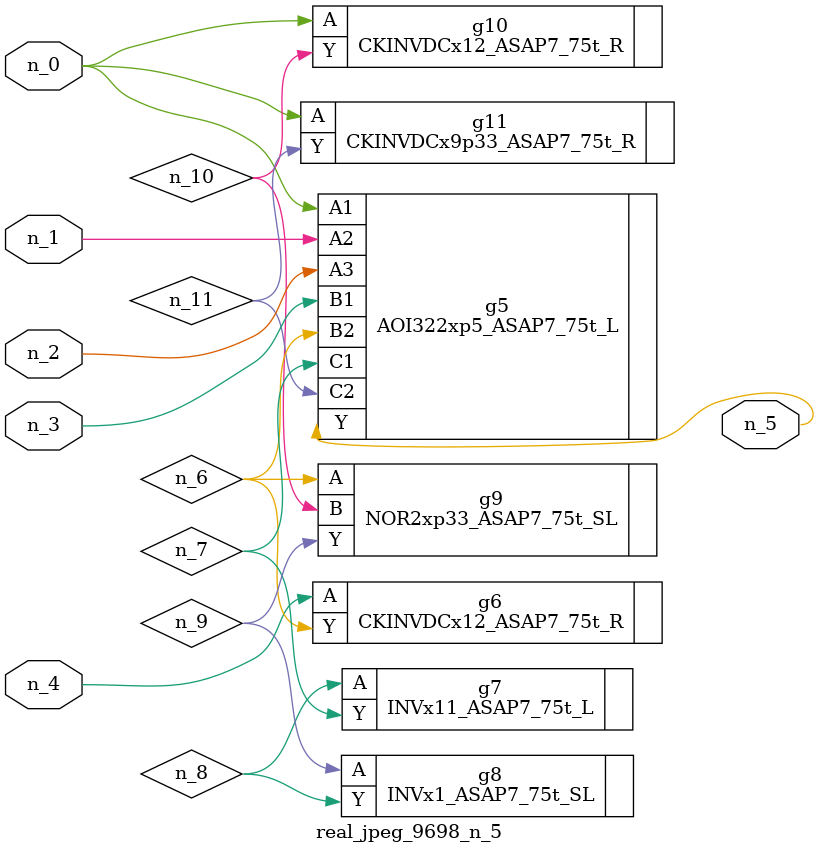
<source format=v>
module real_jpeg_9698_n_5 (n_4, n_0, n_1, n_2, n_3, n_5);

input n_4;
input n_0;
input n_1;
input n_2;
input n_3;

output n_5;

wire n_8;
wire n_11;
wire n_6;
wire n_7;
wire n_10;
wire n_9;

AOI322xp5_ASAP7_75t_L g5 ( 
.A1(n_0),
.A2(n_1),
.A3(n_2),
.B1(n_3),
.B2(n_6),
.C1(n_7),
.C2(n_11),
.Y(n_5)
);

CKINVDCx12_ASAP7_75t_R g10 ( 
.A(n_0),
.Y(n_10)
);

CKINVDCx9p33_ASAP7_75t_R g11 ( 
.A(n_0),
.Y(n_11)
);

CKINVDCx12_ASAP7_75t_R g6 ( 
.A(n_4),
.Y(n_6)
);

NOR2xp33_ASAP7_75t_SL g9 ( 
.A(n_6),
.B(n_10),
.Y(n_9)
);

INVx11_ASAP7_75t_L g7 ( 
.A(n_8),
.Y(n_7)
);

INVx1_ASAP7_75t_SL g8 ( 
.A(n_9),
.Y(n_8)
);


endmodule
</source>
